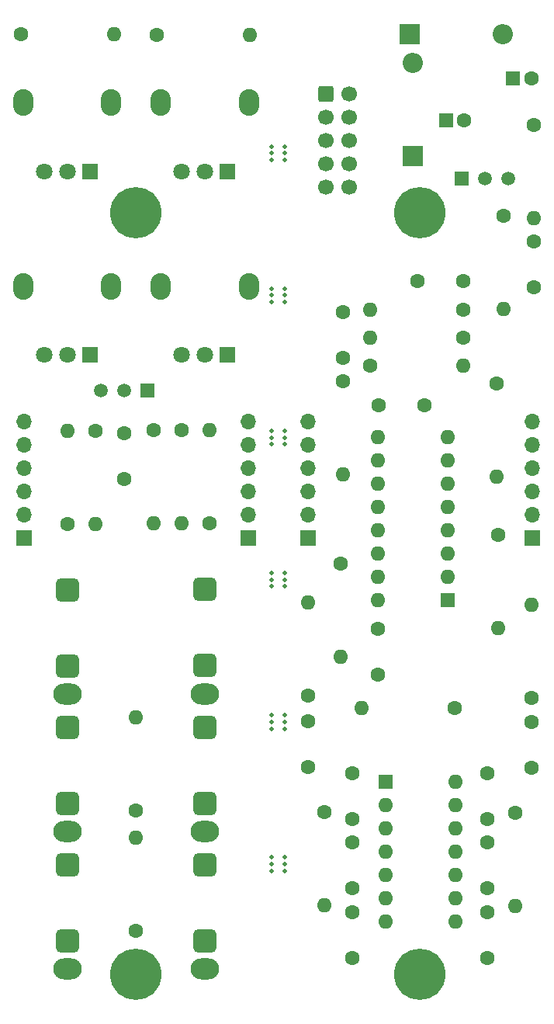
<source format=gbs>
%TF.GenerationSoftware,KiCad,Pcbnew,8.0.3*%
%TF.CreationDate,2024-07-04T10:47:54+01:00*%
%TF.ProjectId,dual-vca,6475616c-2d76-4636-912e-6b696361645f,rev?*%
%TF.SameCoordinates,Original*%
%TF.FileFunction,Soldermask,Bot*%
%TF.FilePolarity,Negative*%
%FSLAX46Y46*%
G04 Gerber Fmt 4.6, Leading zero omitted, Abs format (unit mm)*
G04 Created by KiCad (PCBNEW 8.0.3) date 2024-07-04 10:47:54*
%MOMM*%
%LPD*%
G01*
G04 APERTURE LIST*
G04 Aperture macros list*
%AMRoundRect*
0 Rectangle with rounded corners*
0 $1 Rounding radius*
0 $2 $3 $4 $5 $6 $7 $8 $9 X,Y pos of 4 corners*
0 Add a 4 corners polygon primitive as box body*
4,1,4,$2,$3,$4,$5,$6,$7,$8,$9,$2,$3,0*
0 Add four circle primitives for the rounded corners*
1,1,$1+$1,$2,$3*
1,1,$1+$1,$4,$5*
1,1,$1+$1,$6,$7*
1,1,$1+$1,$8,$9*
0 Add four rect primitives between the rounded corners*
20,1,$1+$1,$2,$3,$4,$5,0*
20,1,$1+$1,$4,$5,$6,$7,0*
20,1,$1+$1,$6,$7,$8,$9,0*
20,1,$1+$1,$8,$9,$2,$3,0*%
G04 Aperture macros list end*
%ADD10C,1.600000*%
%ADD11O,1.600000X1.600000*%
%ADD12R,2.200000X2.200000*%
%ADD13O,2.200000X2.200000*%
%ADD14RoundRect,0.250000X-0.600000X-0.600000X0.600000X-0.600000X0.600000X0.600000X-0.600000X0.600000X0*%
%ADD15C,1.700000*%
%ADD16C,0.500000*%
%ADD17R,1.600000X1.600000*%
%ADD18R,1.500000X1.500000*%
%ADD19C,1.500000*%
%ADD20R,1.700000X1.700000*%
%ADD21O,1.700000X1.700000*%
%ADD22C,5.600000*%
%ADD23O,2.200000X2.900000*%
%ADD24R,1.800000X1.800000*%
%ADD25C,1.800000*%
%ADD26O,3.100000X2.300000*%
%ADD27RoundRect,0.650000X0.650000X0.650000X-0.650000X0.650000X-0.650000X-0.650000X0.650000X-0.650000X0*%
G04 APERTURE END LIST*
D10*
%TO.C,C8*%
X118110000Y-117602000D03*
X118110000Y-112602000D03*
%TD*%
%TO.C,R3*%
X133858000Y-70104000D03*
D11*
X133858000Y-80264000D03*
%TD*%
D10*
%TO.C,R10*%
X130175000Y-62103000D03*
D11*
X120015000Y-62103000D03*
%TD*%
D10*
%TO.C,R11*%
X96774000Y-32131000D03*
D11*
X106934000Y-32131000D03*
%TD*%
D10*
%TO.C,C7*%
X132842000Y-117602000D03*
X132842000Y-112602000D03*
%TD*%
%TO.C,C11*%
X120904000Y-96901000D03*
X120904000Y-101901000D03*
%TD*%
%TO.C,C5*%
X137668000Y-112014000D03*
X137668000Y-107014000D03*
%TD*%
%TO.C,R14*%
X137668000Y-104394000D03*
D11*
X137668000Y-94234000D03*
%TD*%
D10*
%TO.C,C4*%
X118110000Y-127762000D03*
X118110000Y-132762000D03*
%TD*%
%TO.C,R4*%
X134620000Y-51816000D03*
D11*
X134620000Y-61976000D03*
%TD*%
D10*
%TO.C,R9*%
X86995000Y-85471000D03*
D11*
X86995000Y-75311000D03*
%TD*%
D10*
%TO.C,R15*%
X116840000Y-89789000D03*
D11*
X116840000Y-99949000D03*
%TD*%
D10*
%TO.C,C2*%
X125175000Y-58928000D03*
X130175000Y-58928000D03*
%TD*%
%TO.C,R18*%
X115062000Y-116840000D03*
D11*
X115062000Y-127000000D03*
%TD*%
D12*
%TO.C,D1*%
X124714000Y-45339000D03*
D13*
X124714000Y-35179000D03*
%TD*%
D10*
%TO.C,R1*%
X99441000Y-75184000D03*
D11*
X99441000Y-85344000D03*
%TD*%
D10*
%TO.C,R13*%
X133985000Y-86614000D03*
D11*
X133985000Y-96774000D03*
%TD*%
D14*
%TO.C,J5*%
X115250000Y-38500000D03*
D15*
X117790000Y-38500000D03*
X115250000Y-41040000D03*
X117790000Y-41040000D03*
X115250000Y-43580000D03*
X117790000Y-43580000D03*
X115250000Y-46120000D03*
X117790000Y-46120000D03*
X115250000Y-48660000D03*
X117790000Y-48660000D03*
%TD*%
D16*
%TO.C,mouse-bite-2mm-slot*%
X109250000Y-45750000D03*
X110750000Y-45750000D03*
X109250000Y-45000000D03*
X110750000Y-45000000D03*
X109250000Y-44250000D03*
X110750000Y-44250000D03*
%TD*%
D10*
%TO.C,C16*%
X137922000Y-54610000D03*
X137922000Y-59610000D03*
%TD*%
D17*
%TO.C,U1*%
X128524000Y-93726000D03*
D11*
X128524000Y-91186000D03*
X128524000Y-88646000D03*
X128524000Y-86106000D03*
X128524000Y-83566000D03*
X128524000Y-81026000D03*
X128524000Y-78486000D03*
X128524000Y-75946000D03*
X120904000Y-75946000D03*
X120904000Y-78486000D03*
X120904000Y-81026000D03*
X120904000Y-83566000D03*
X120904000Y-86106000D03*
X120904000Y-88646000D03*
X120904000Y-91186000D03*
X120904000Y-93726000D03*
%TD*%
D18*
%TO.C,U3*%
X95758000Y-70866000D03*
D19*
X93218000Y-70866000D03*
X90678000Y-70866000D03*
%TD*%
D10*
%TO.C,R12*%
X81915000Y-32004000D03*
D11*
X92075000Y-32004000D03*
%TD*%
D10*
%TO.C,C12*%
X125984000Y-72517000D03*
X120984000Y-72517000D03*
%TD*%
%TO.C,C15*%
X93218000Y-75565000D03*
X93218000Y-80565000D03*
%TD*%
%TO.C,C6*%
X113284000Y-111934000D03*
X113284000Y-106934000D03*
%TD*%
%TO.C,C3*%
X132842000Y-127762000D03*
X132842000Y-132762000D03*
%TD*%
D20*
%TO.C,J9*%
X82250000Y-87000000D03*
D21*
X82250000Y-84460000D03*
X82250000Y-81920000D03*
X82250000Y-79380000D03*
X82250000Y-76840000D03*
X82250000Y-74300000D03*
%TD*%
D10*
%TO.C,R21*%
X90043000Y-75311000D03*
D11*
X90043000Y-85471000D03*
%TD*%
D16*
%TO.C,mouse-bite-2mm-slot*%
X109250000Y-61250000D03*
X110750000Y-61250000D03*
X109250000Y-60500000D03*
X110750000Y-60500000D03*
X109250000Y-59750000D03*
X110750000Y-59750000D03*
%TD*%
D10*
%TO.C,R6*%
X120015000Y-68199000D03*
D11*
X130175000Y-68199000D03*
%TD*%
D17*
%TO.C,C9*%
X128330887Y-41402000D03*
D10*
X130330887Y-41402000D03*
%TD*%
D16*
%TO.C,mouse-bite-2mm-slot*%
X109250000Y-76750000D03*
X110750000Y-76750000D03*
X109250000Y-76000000D03*
X110750000Y-76000000D03*
X109250000Y-75250000D03*
X110750000Y-75250000D03*
%TD*%
D10*
%TO.C,R5*%
X102489000Y-85344000D03*
D11*
X102489000Y-75184000D03*
%TD*%
D22*
%TO.C,H1*%
X94500000Y-134500000D03*
%TD*%
D10*
%TO.C,C1*%
X117094000Y-62310000D03*
X117094000Y-67310000D03*
%TD*%
D16*
%TO.C,mouse-bite-2mm-slot*%
X109250000Y-123250000D03*
X110750000Y-123250000D03*
X109250000Y-122500000D03*
X110750000Y-122500000D03*
X109250000Y-121750000D03*
X110750000Y-121750000D03*
%TD*%
D20*
%TO.C,J11*%
X106750000Y-87000000D03*
D21*
X106750000Y-84460000D03*
X106750000Y-81920000D03*
X106750000Y-79380000D03*
X106750000Y-76840000D03*
X106750000Y-74300000D03*
%TD*%
D10*
%TO.C,R17*%
X135890000Y-116967000D03*
D11*
X135890000Y-127127000D03*
%TD*%
D10*
%TO.C,R8*%
X130175000Y-65151000D03*
D11*
X120015000Y-65151000D03*
%TD*%
D10*
%TO.C,R7*%
X117094000Y-69850000D03*
D11*
X117094000Y-80010000D03*
%TD*%
D10*
%TO.C,R2*%
X96393000Y-75184000D03*
D11*
X96393000Y-85344000D03*
%TD*%
D10*
%TO.C,C14*%
X118110000Y-125142000D03*
X118110000Y-120142000D03*
%TD*%
%TO.C,C13*%
X132842000Y-125142000D03*
X132842000Y-120142000D03*
%TD*%
D17*
%TO.C,C10*%
X135636000Y-36830000D03*
D10*
X137636000Y-36830000D03*
%TD*%
D12*
%TO.C,D2*%
X124333000Y-32004000D03*
D13*
X134493000Y-32004000D03*
%TD*%
D17*
%TO.C,U2*%
X121700000Y-113538000D03*
D11*
X121700000Y-116078000D03*
X121700000Y-118618000D03*
X121700000Y-121158000D03*
X121700000Y-123698000D03*
X121700000Y-126238000D03*
X121700000Y-128778000D03*
X129320000Y-128778000D03*
X129320000Y-126238000D03*
X129320000Y-123698000D03*
X129320000Y-121158000D03*
X129320000Y-118618000D03*
X129320000Y-116078000D03*
X129320000Y-113538000D03*
%TD*%
D10*
%TO.C,R20*%
X94488000Y-116713000D03*
D11*
X94488000Y-106553000D03*
%TD*%
D16*
%TO.C,mouse-bite-2mm-slot*%
X109250000Y-92250000D03*
X110750000Y-92250000D03*
X109250000Y-91500000D03*
X110750000Y-91500000D03*
X109250000Y-90750000D03*
X110750000Y-90750000D03*
%TD*%
D10*
%TO.C,R16*%
X113284000Y-104140000D03*
D11*
X113284000Y-93980000D03*
%TD*%
D10*
%TO.C,R22*%
X137922000Y-41910000D03*
D11*
X137922000Y-52070000D03*
%TD*%
D22*
%TO.C,H3*%
X125500000Y-51500000D03*
%TD*%
D16*
%TO.C,mouse-bite-2mm-slot*%
X109250000Y-107750000D03*
X110750000Y-107750000D03*
X109250000Y-107000000D03*
X110750000Y-107000000D03*
X109250000Y-106250000D03*
X110750000Y-106250000D03*
%TD*%
D22*
%TO.C,H2*%
X94500000Y-51500000D03*
%TD*%
D10*
%TO.C,R19*%
X94488000Y-129794000D03*
D11*
X94488000Y-119634000D03*
%TD*%
D10*
%TO.C,R23*%
X129286000Y-105500000D03*
D11*
X119126000Y-105500000D03*
%TD*%
D18*
%TO.C,U4*%
X130048000Y-47731000D03*
D19*
X132588000Y-47731000D03*
X135128000Y-47731000D03*
%TD*%
D22*
%TO.C,H4*%
X125500000Y-134500000D03*
%TD*%
D23*
%TO.C,RV1*%
X106800000Y-59500000D03*
X97200000Y-59500000D03*
D24*
X104500000Y-67000000D03*
D25*
X102000000Y-67000000D03*
X99500000Y-67000000D03*
%TD*%
D20*
%TO.C,J8*%
X137750000Y-87000000D03*
D21*
X137750000Y-84460000D03*
X137750000Y-81920000D03*
X137750000Y-79380000D03*
X137750000Y-76840000D03*
X137750000Y-74300000D03*
%TD*%
D26*
%TO.C,J2*%
X87000000Y-104000000D03*
D27*
X87000000Y-92600000D03*
X87000000Y-100900000D03*
%TD*%
D26*
%TO.C,J6*%
X102000000Y-133980000D03*
D27*
X102000000Y-122580000D03*
X102000000Y-130880000D03*
%TD*%
D26*
%TO.C,J1*%
X102000000Y-103980000D03*
D27*
X102000000Y-92580000D03*
X102000000Y-100880000D03*
%TD*%
D23*
%TO.C,RV4*%
X91800000Y-39500000D03*
X82200000Y-39500000D03*
D24*
X89500000Y-47000000D03*
D25*
X87000000Y-47000000D03*
X84500000Y-47000000D03*
%TD*%
D23*
%TO.C,RV2*%
X91800000Y-59500000D03*
X82200000Y-59500000D03*
D24*
X89500000Y-67000000D03*
D25*
X87000000Y-67000000D03*
X84500000Y-67000000D03*
%TD*%
D26*
%TO.C,J7*%
X87000000Y-133980000D03*
D27*
X87000000Y-122580000D03*
X87000000Y-130880000D03*
%TD*%
D26*
%TO.C,J3*%
X102000000Y-118980000D03*
D27*
X102000000Y-107580000D03*
X102000000Y-115880000D03*
%TD*%
D26*
%TO.C,J4*%
X87000000Y-118980000D03*
D27*
X87000000Y-107580000D03*
X87000000Y-115880000D03*
%TD*%
D20*
%TO.C,J12*%
X113250000Y-87000000D03*
D21*
X113250000Y-84460000D03*
X113250000Y-81920000D03*
X113250000Y-79380000D03*
X113250000Y-76840000D03*
X113250000Y-74300000D03*
%TD*%
D23*
%TO.C,RV3*%
X106800000Y-39500000D03*
X97200000Y-39500000D03*
D24*
X104500000Y-47000000D03*
D25*
X102000000Y-47000000D03*
X99500000Y-47000000D03*
%TD*%
M02*

</source>
